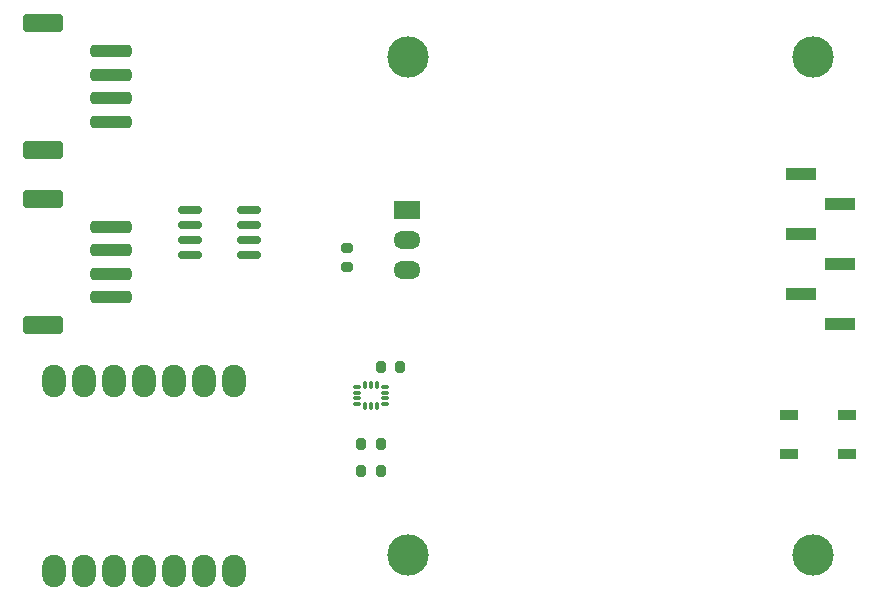
<source format=gbr>
%TF.GenerationSoftware,KiCad,Pcbnew,7.0.1-0*%
%TF.CreationDate,2023-04-18T17:15:32-07:00*%
%TF.ProjectId,rv,72762e6b-6963-4616-945f-706362585858,rev?*%
%TF.SameCoordinates,Original*%
%TF.FileFunction,Soldermask,Top*%
%TF.FilePolarity,Negative*%
%FSLAX46Y46*%
G04 Gerber Fmt 4.6, Leading zero omitted, Abs format (unit mm)*
G04 Created by KiCad (PCBNEW 7.0.1-0) date 2023-04-18 17:15:32*
%MOMM*%
%LPD*%
G01*
G04 APERTURE LIST*
G04 Aperture macros list*
%AMRoundRect*
0 Rectangle with rounded corners*
0 $1 Rounding radius*
0 $2 $3 $4 $5 $6 $7 $8 $9 X,Y pos of 4 corners*
0 Add a 4 corners polygon primitive as box body*
4,1,4,$2,$3,$4,$5,$6,$7,$8,$9,$2,$3,0*
0 Add four circle primitives for the rounded corners*
1,1,$1+$1,$2,$3*
1,1,$1+$1,$4,$5*
1,1,$1+$1,$6,$7*
1,1,$1+$1,$8,$9*
0 Add four rect primitives between the rounded corners*
20,1,$1+$1,$2,$3,$4,$5,0*
20,1,$1+$1,$4,$5,$6,$7,0*
20,1,$1+$1,$6,$7,$8,$9,0*
20,1,$1+$1,$8,$9,$2,$3,0*%
G04 Aperture macros list end*
%ADD10RoundRect,0.200000X-0.200000X-0.275000X0.200000X-0.275000X0.200000X0.275000X-0.200000X0.275000X0*%
%ADD11RoundRect,0.250001X-1.449999X0.499999X-1.449999X-0.499999X1.449999X-0.499999X1.449999X0.499999X0*%
%ADD12RoundRect,0.250000X-1.500000X0.250000X-1.500000X-0.250000X1.500000X-0.250000X1.500000X0.250000X0*%
%ADD13O,1.998980X2.748280*%
%ADD14RoundRect,0.200000X0.200000X0.275000X-0.200000X0.275000X-0.200000X-0.275000X0.200000X-0.275000X0*%
%ADD15R,1.500000X0.900000*%
%ADD16RoundRect,0.150000X0.825000X0.150000X-0.825000X0.150000X-0.825000X-0.150000X0.825000X-0.150000X0*%
%ADD17RoundRect,0.087500X0.225000X0.087500X-0.225000X0.087500X-0.225000X-0.087500X0.225000X-0.087500X0*%
%ADD18RoundRect,0.087500X0.087500X0.225000X-0.087500X0.225000X-0.087500X-0.225000X0.087500X-0.225000X0*%
%ADD19R,2.510000X1.000000*%
%ADD20C,3.500000*%
%ADD21RoundRect,0.200000X0.275000X-0.200000X0.275000X0.200000X-0.275000X0.200000X-0.275000X-0.200000X0*%
%ADD22R,2.300000X1.500000*%
%ADD23O,2.300000X1.500000*%
G04 APERTURE END LIST*
D10*
%TO.C,C2*%
X180683400Y-62839600D03*
X182333400Y-62839600D03*
%TD*%
D11*
%TO.C,J1*%
X152040000Y-59325000D03*
X152040000Y-48625000D03*
D12*
X157790000Y-56975000D03*
X157790000Y-54975000D03*
X157790000Y-52975000D03*
X157790000Y-50975000D03*
%TD*%
D13*
%TO.C,U1*%
X153020490Y-80171290D03*
X155560490Y-80171290D03*
X158100490Y-80171290D03*
X160640490Y-80171290D03*
X163180490Y-80171290D03*
X165720490Y-80171290D03*
X168260490Y-80171290D03*
X168260490Y-64006730D03*
X165720490Y-64006730D03*
X163180490Y-64006730D03*
X160640490Y-64006730D03*
X158100490Y-64006730D03*
X155560490Y-64006730D03*
X153020490Y-64006730D03*
%TD*%
D12*
%TO.C,J2*%
X157790000Y-36100000D03*
X157790000Y-38100000D03*
X157790000Y-40100000D03*
X157790000Y-42100000D03*
D11*
X152040000Y-33750000D03*
X152040000Y-44450000D03*
%TD*%
D14*
%TO.C,R1*%
X180657000Y-71628000D03*
X179007000Y-71628000D03*
%TD*%
D15*
%TO.C,D1*%
X220128000Y-70230000D03*
X220128000Y-66930000D03*
X215228000Y-66930000D03*
X215228000Y-70230000D03*
%TD*%
D16*
%TO.C,U2*%
X169480000Y-53340000D03*
X169480000Y-52070000D03*
X169480000Y-50800000D03*
X169480000Y-49530000D03*
X164530000Y-49530000D03*
X164530000Y-50800000D03*
X164530000Y-52070000D03*
X164530000Y-53340000D03*
%TD*%
D17*
%TO.C,U4*%
X180994500Y-66028000D03*
X180994500Y-65528000D03*
X180994500Y-65028000D03*
X180994500Y-64528000D03*
D18*
X180332000Y-64365500D03*
X179832000Y-64365500D03*
X179332000Y-64365500D03*
D17*
X178669500Y-64528000D03*
X178669500Y-65028000D03*
X178669500Y-65528000D03*
X178669500Y-66028000D03*
D18*
X179332000Y-66190500D03*
X179832000Y-66190500D03*
X180332000Y-66190500D03*
%TD*%
D19*
%TO.C,J3*%
X219587000Y-59182000D03*
X216277000Y-56642000D03*
X219587000Y-54102000D03*
X216277000Y-51562000D03*
X219587000Y-49022000D03*
X216277000Y-46482000D03*
%TD*%
D20*
%TO.C,H3*%
X183007000Y-78740000D03*
%TD*%
%TO.C,H1*%
X183007000Y-36576000D03*
%TD*%
D21*
%TO.C,C1*%
X177800000Y-54419000D03*
X177800000Y-52769000D03*
%TD*%
D20*
%TO.C,H2*%
X217297000Y-36576000D03*
%TD*%
D22*
%TO.C,U5*%
X182880000Y-49530000D03*
D23*
X182880000Y-52070000D03*
X182880000Y-54610000D03*
%TD*%
D20*
%TO.C,H4*%
X217297000Y-78740000D03*
%TD*%
D14*
%TO.C,R2*%
X179007000Y-69342000D03*
X180657000Y-69342000D03*
%TD*%
G36*
X153486777Y-60073918D02*
G01*
X153486913Y-60075831D01*
X153485377Y-60076979D01*
X153485370Y-60076980D01*
X153485087Y-60077000D01*
X150594913Y-60077000D01*
X150593499Y-60076414D01*
X150593498Y-60076413D01*
X150592912Y-60074999D01*
X150593498Y-60073585D01*
X150594912Y-60072999D01*
X153485094Y-60072999D01*
X153486777Y-60073918D01*
G37*
G36*
X153486777Y-49373918D02*
G01*
X153486913Y-49375831D01*
X153485377Y-49376979D01*
X153485370Y-49376980D01*
X153485087Y-49377000D01*
X150594913Y-49377000D01*
X150593499Y-49376414D01*
X150593498Y-49376413D01*
X150592912Y-49374999D01*
X150593498Y-49373585D01*
X150594912Y-49372999D01*
X153485094Y-49372999D01*
X153486777Y-49373918D01*
G37*
G36*
X153486777Y-45198918D02*
G01*
X153486913Y-45200831D01*
X153485377Y-45201979D01*
X153485370Y-45201980D01*
X153485087Y-45202000D01*
X150594913Y-45202000D01*
X150593499Y-45201414D01*
X150593498Y-45201413D01*
X150592912Y-45199999D01*
X150593498Y-45198585D01*
X150594912Y-45197999D01*
X153485094Y-45197999D01*
X153486777Y-45198918D01*
G37*
G36*
X153486777Y-34498918D02*
G01*
X153486913Y-34500831D01*
X153485377Y-34501979D01*
X153485370Y-34501980D01*
X153485087Y-34502000D01*
X150594913Y-34502000D01*
X150593499Y-34501414D01*
X150593498Y-34501413D01*
X150592912Y-34499999D01*
X150593498Y-34498585D01*
X150594912Y-34497999D01*
X153485094Y-34497999D01*
X153486777Y-34498918D01*
G37*
M02*

</source>
